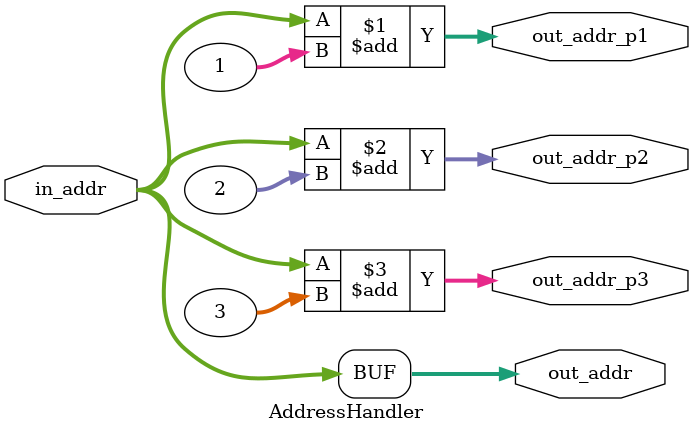
<source format=v>
`timescale 1ns / 1ps

module AddressHandler(
    input [31:0]in_addr, 
    output [31:0]out_addr,
    output [31:0]out_addr_p1,
    output [31:0]out_addr_p2,
    output [31:0]out_addr_p3
    );
    assign out_addr = in_addr;
    assign out_addr_p1 = in_addr + 1;
    assign out_addr_p2 = in_addr + 2;
    assign out_addr_p3 = in_addr + 3;
    
endmodule

</source>
